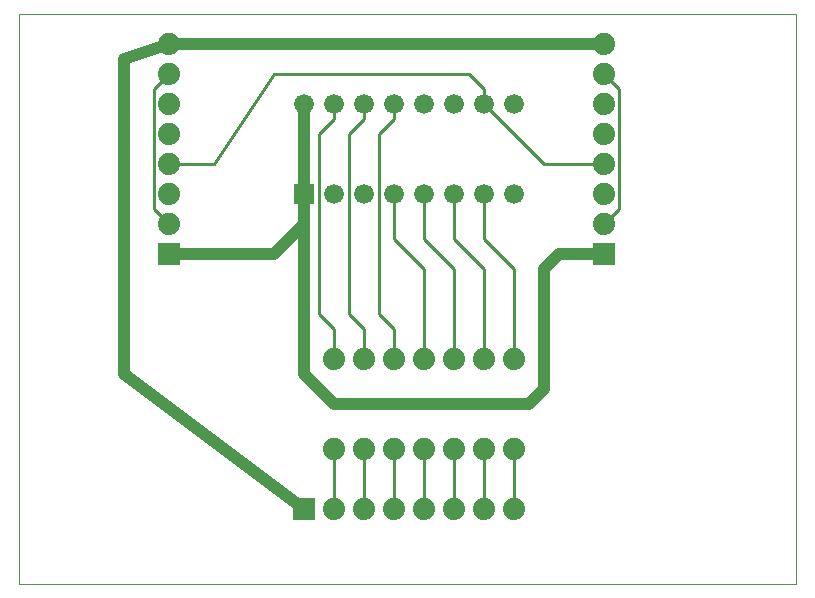
<source format=gtl>
G75*
G70*
%OFA0B0*%
%FSLAX24Y24*%
%IPPOS*%
%LPD*%
%AMOC8*
5,1,8,0,0,1.08239X$1,22.5*
%
%ADD10C,0.0000*%
%ADD11R,0.0660X0.0660*%
%ADD12C,0.0660*%
%ADD13C,0.0740*%
%ADD14R,0.0740X0.0740*%
%ADD15C,0.0100*%
%ADD16C,0.0400*%
D10*
X000101Y000101D02*
X000101Y019097D01*
X025971Y019097D01*
X025971Y000101D01*
X000101Y000101D01*
D11*
X009601Y013101D03*
D12*
X010601Y013101D03*
X011601Y013101D03*
X012601Y013101D03*
X013601Y013101D03*
X014601Y013101D03*
X015601Y013101D03*
X016601Y013101D03*
X016601Y016101D03*
X015601Y016101D03*
X014601Y016101D03*
X013601Y016101D03*
X012601Y016101D03*
X011601Y016101D03*
X010601Y016101D03*
X009601Y016101D03*
D13*
X005101Y016101D03*
X005101Y015101D03*
X005101Y014101D03*
X005101Y013101D03*
X005101Y012101D03*
X010601Y007601D03*
X011601Y007601D03*
X012601Y007601D03*
X013601Y007601D03*
X014601Y007601D03*
X015601Y007601D03*
X016601Y007601D03*
X016601Y004601D03*
X015601Y004601D03*
X014601Y004601D03*
X013601Y004601D03*
X012601Y004601D03*
X011601Y004601D03*
X010601Y004601D03*
X010601Y002601D03*
X011601Y002601D03*
X012601Y002601D03*
X013601Y002601D03*
X014601Y002601D03*
X015601Y002601D03*
X016601Y002601D03*
X019601Y012101D03*
X019601Y013101D03*
X019601Y014101D03*
X019601Y015101D03*
X019601Y016101D03*
X019601Y017101D03*
X019601Y018101D03*
X005101Y018101D03*
X005101Y017101D03*
D14*
X005101Y011101D03*
X009601Y002601D03*
X019601Y011101D03*
D15*
X019601Y012101D02*
X020101Y012601D01*
X020101Y016601D01*
X019601Y017101D01*
X019601Y014101D02*
X017601Y014101D01*
X015601Y016101D01*
X015601Y016601D01*
X015101Y017101D01*
X008601Y017101D01*
X006601Y014101D01*
X005101Y014101D01*
X004601Y012601D02*
X005101Y012101D01*
X004601Y012601D02*
X004601Y016601D01*
X005101Y017101D01*
X010101Y015101D02*
X010601Y015601D01*
X010601Y016101D01*
X011601Y016101D02*
X011601Y015601D01*
X011101Y015101D01*
X011101Y009101D01*
X011601Y008601D01*
X011601Y007601D01*
X012601Y007601D02*
X012601Y008601D01*
X012101Y009101D01*
X012101Y015101D01*
X012601Y015601D01*
X012601Y016101D01*
X010101Y015101D02*
X010101Y009101D01*
X010601Y008601D01*
X010601Y007601D01*
X013601Y007601D02*
X013601Y010601D01*
X012601Y011601D01*
X012601Y013101D01*
X013601Y013101D02*
X013601Y011601D01*
X014601Y010601D01*
X014601Y007601D01*
X015601Y007601D02*
X015601Y010601D01*
X014601Y011601D01*
X014601Y013101D01*
X015601Y013101D02*
X015601Y011601D01*
X016601Y010601D01*
X016601Y007601D01*
X016601Y004601D02*
X016601Y002601D01*
X015601Y002601D02*
X015601Y004601D01*
X014601Y004601D02*
X014601Y002601D01*
X013601Y002601D02*
X013601Y004601D01*
X012601Y004601D02*
X012601Y002601D01*
X011601Y002601D02*
X011601Y004601D01*
X010601Y004601D02*
X010601Y002601D01*
D16*
X009601Y002601D02*
X003601Y007101D01*
X003601Y017601D01*
X005101Y018101D01*
X019601Y018101D01*
X019601Y011101D02*
X018101Y011101D01*
X017601Y010601D01*
X017601Y006601D01*
X017101Y006101D01*
X010601Y006101D01*
X009601Y007101D01*
X009601Y012101D01*
X008601Y011101D01*
X005101Y011101D01*
X009601Y012101D02*
X009601Y013101D01*
X009601Y016101D01*
M02*

</source>
